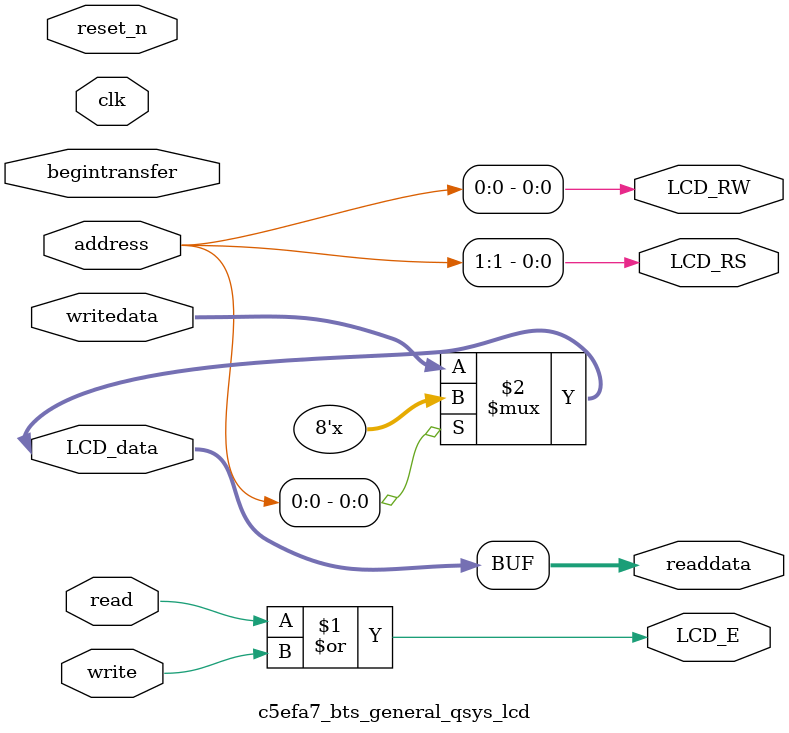
<source format=v>

`timescale 1ns / 1ps
// synthesis translate_on

// turn off superfluous verilog processor warnings 
// altera message_level Level1 
// altera message_off 10034 10035 10036 10037 10230 10240 10030 

module c5efa7_bts_general_qsys_lcd (
                                     // inputs:
                                      address,
                                      begintransfer,
                                      clk,
                                      read,
                                      reset_n,
                                      write,
                                      writedata,

                                     // outputs:
                                      LCD_E,
                                      LCD_RS,
                                      LCD_RW,
                                      LCD_data,
                                      readdata
                                   )
;

  output           LCD_E;
  output           LCD_RS;
  output           LCD_RW;
  inout   [  7: 0] LCD_data;
  output  [  7: 0] readdata;
  input   [  1: 0] address;
  input            begintransfer;
  input            clk;
  input            read;
  input            reset_n;
  input            write;
  input   [  7: 0] writedata;

  wire             LCD_E;
  wire             LCD_RS;
  wire             LCD_RW;
  wire    [  7: 0] LCD_data;
  wire    [  7: 0] readdata;
  assign LCD_RW = address[0];
  assign LCD_RS = address[1];
  assign LCD_E = read | write;
  assign LCD_data = (address[0]) ? 8'bz : writedata;
  assign readdata = LCD_data;
  //control_slave, which is an e_avalon_slave

endmodule


</source>
